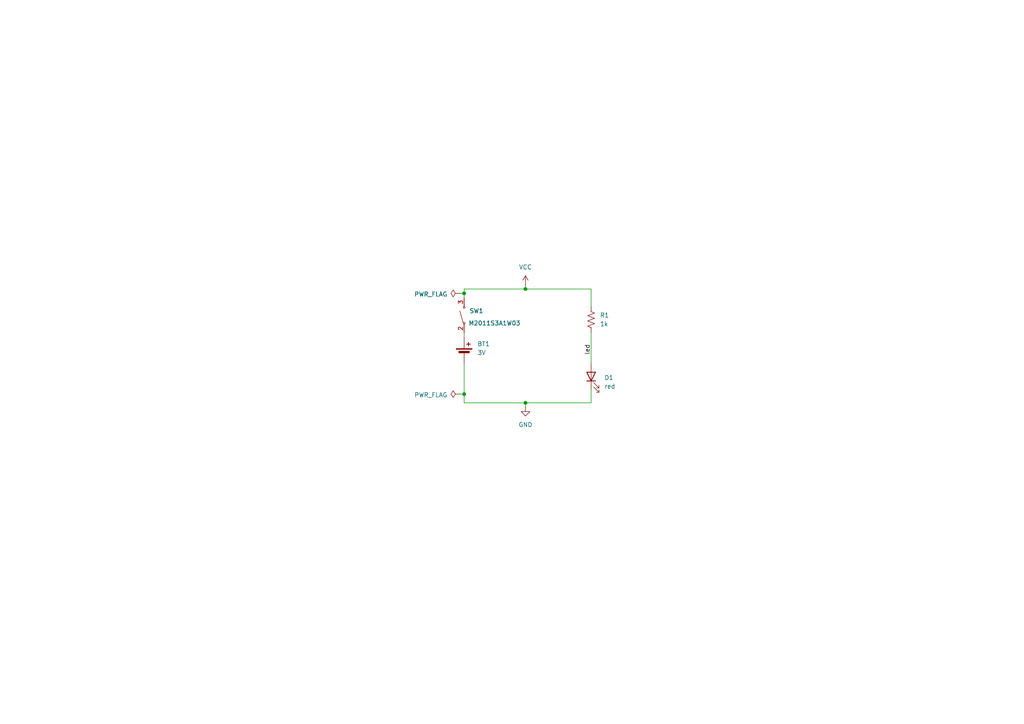
<source format=kicad_sch>
(kicad_sch
	(version 20250114)
	(generator "eeschema")
	(generator_version "9.0")
	(uuid "86a599e0-50e6-4670-826c-8ac5912d51e0")
	(paper "A4")
	(title_block
		(title "Getting Started in KiCad")
		(date "2025-03-11")
		(rev "0")
	)
	(lib_symbols
		(symbol "Device:Battery_Cell"
			(pin_numbers
				(hide yes)
			)
			(pin_names
				(offset 0)
				(hide yes)
			)
			(exclude_from_sim no)
			(in_bom yes)
			(on_board yes)
			(property "Reference" "BT"
				(at 2.54 2.54 0)
				(effects
					(font
						(size 1.27 1.27)
					)
					(justify left)
				)
			)
			(property "Value" "Battery_Cell"
				(at 2.54 0 0)
				(effects
					(font
						(size 1.27 1.27)
					)
					(justify left)
				)
			)
			(property "Footprint" ""
				(at 0 1.524 90)
				(effects
					(font
						(size 1.27 1.27)
					)
					(hide yes)
				)
			)
			(property "Datasheet" "~"
				(at 0 1.524 90)
				(effects
					(font
						(size 1.27 1.27)
					)
					(hide yes)
				)
			)
			(property "Description" "Single-cell battery"
				(at 0 0 0)
				(effects
					(font
						(size 1.27 1.27)
					)
					(hide yes)
				)
			)
			(property "ki_keywords" "battery cell"
				(at 0 0 0)
				(effects
					(font
						(size 1.27 1.27)
					)
					(hide yes)
				)
			)
			(symbol "Battery_Cell_0_1"
				(rectangle
					(start -2.286 1.778)
					(end 2.286 1.524)
					(stroke
						(width 0)
						(type default)
					)
					(fill
						(type outline)
					)
				)
				(rectangle
					(start -1.524 1.016)
					(end 1.524 0.508)
					(stroke
						(width 0)
						(type default)
					)
					(fill
						(type outline)
					)
				)
				(polyline
					(pts
						(xy 0 1.778) (xy 0 2.54)
					)
					(stroke
						(width 0)
						(type default)
					)
					(fill
						(type none)
					)
				)
				(polyline
					(pts
						(xy 0 0.762) (xy 0 0)
					)
					(stroke
						(width 0)
						(type default)
					)
					(fill
						(type none)
					)
				)
				(polyline
					(pts
						(xy 0.762 3.048) (xy 1.778 3.048)
					)
					(stroke
						(width 0.254)
						(type default)
					)
					(fill
						(type none)
					)
				)
				(polyline
					(pts
						(xy 1.27 3.556) (xy 1.27 2.54)
					)
					(stroke
						(width 0.254)
						(type default)
					)
					(fill
						(type none)
					)
				)
			)
			(symbol "Battery_Cell_1_1"
				(pin passive line
					(at 0 5.08 270)
					(length 2.54)
					(name "+"
						(effects
							(font
								(size 1.27 1.27)
							)
						)
					)
					(number "1"
						(effects
							(font
								(size 1.27 1.27)
							)
						)
					)
				)
				(pin passive line
					(at 0 -2.54 90)
					(length 2.54)
					(name "-"
						(effects
							(font
								(size 1.27 1.27)
							)
						)
					)
					(number "2"
						(effects
							(font
								(size 1.27 1.27)
							)
						)
					)
				)
			)
			(embedded_fonts no)
		)
		(symbol "Device:LED"
			(pin_numbers
				(hide yes)
			)
			(pin_names
				(offset 1.016)
				(hide yes)
			)
			(exclude_from_sim no)
			(in_bom yes)
			(on_board yes)
			(property "Reference" "D"
				(at -2.54 0 90)
				(effects
					(font
						(size 1.27 1.27)
					)
				)
			)
			(property "Value" "LED"
				(at 2.54 0 90)
				(effects
					(font
						(size 1.27 1.27)
					)
				)
			)
			(property "Footprint" ""
				(at 0 0 0)
				(effects
					(font
						(size 1.27 1.27)
					)
					(hide yes)
				)
			)
			(property "Datasheet" "~"
				(at 0 0 0)
				(effects
					(font
						(size 1.27 1.27)
					)
					(hide yes)
				)
			)
			(property "Description" "Light emitting diode"
				(at 0 0 90)
				(effects
					(font
						(size 1.27 1.27)
					)
					(hide yes)
				)
			)
			(property "Sim.Pins" "1=K 2=A"
				(at 0 0 90)
				(effects
					(font
						(size 1.27 1.27)
					)
					(hide yes)
				)
			)
			(property "ki_keywords" "LED diode"
				(at 0 0 0)
				(effects
					(font
						(size 1.27 1.27)
					)
					(hide yes)
				)
			)
			(property "ki_fp_filters" "LED* LED_SMD:* LED_THT:*"
				(at 0 0 0)
				(effects
					(font
						(size 1.27 1.27)
					)
					(hide yes)
				)
			)
			(symbol "LED_0_1"
				(polyline
					(pts
						(xy 0 -1.27) (xy 0 1.27)
					)
					(stroke
						(width 0)
						(type default)
					)
					(fill
						(type none)
					)
				)
				(polyline
					(pts
						(xy 0.762 -1.778) (xy 2.286 -3.302) (xy 2.286 -2.54) (xy 2.286 -3.302) (xy 1.524 -3.302)
					)
					(stroke
						(width 0)
						(type default)
					)
					(fill
						(type none)
					)
				)
				(polyline
					(pts
						(xy 0.762 -3.048) (xy 2.286 -4.572) (xy 2.286 -3.81) (xy 2.286 -4.572) (xy 1.524 -4.572)
					)
					(stroke
						(width 0)
						(type default)
					)
					(fill
						(type none)
					)
				)
				(polyline
					(pts
						(xy 1.27 1.27) (xy -1.27 1.27) (xy 0 -1.27) (xy 1.27 1.27)
					)
					(stroke
						(width 0.254)
						(type default)
					)
					(fill
						(type none)
					)
				)
				(polyline
					(pts
						(xy 1.27 -1.27) (xy -1.27 -1.27)
					)
					(stroke
						(width 0.254)
						(type default)
					)
					(fill
						(type none)
					)
				)
			)
			(symbol "LED_1_1"
				(pin passive line
					(at 0 3.81 270)
					(length 2.54)
					(name "A"
						(effects
							(font
								(size 1.27 1.27)
							)
						)
					)
					(number "2"
						(effects
							(font
								(size 1.27 1.27)
							)
						)
					)
				)
				(pin passive line
					(at 0 -3.81 90)
					(length 2.54)
					(name "K"
						(effects
							(font
								(size 1.27 1.27)
							)
						)
					)
					(number "1"
						(effects
							(font
								(size 1.27 1.27)
							)
						)
					)
				)
			)
			(embedded_fonts no)
		)
		(symbol "Device:R_US"
			(pin_numbers
				(hide yes)
			)
			(pin_names
				(offset 0)
			)
			(exclude_from_sim no)
			(in_bom yes)
			(on_board yes)
			(property "Reference" "R"
				(at 2.54 0 90)
				(effects
					(font
						(size 1.27 1.27)
					)
				)
			)
			(property "Value" "R_US"
				(at -2.54 0 90)
				(effects
					(font
						(size 1.27 1.27)
					)
				)
			)
			(property "Footprint" ""
				(at 1.016 -0.254 90)
				(effects
					(font
						(size 1.27 1.27)
					)
					(hide yes)
				)
			)
			(property "Datasheet" "~"
				(at 0 0 0)
				(effects
					(font
						(size 1.27 1.27)
					)
					(hide yes)
				)
			)
			(property "Description" "Resistor, US symbol"
				(at 0 0 0)
				(effects
					(font
						(size 1.27 1.27)
					)
					(hide yes)
				)
			)
			(property "ki_keywords" "R res resistor"
				(at 0 0 0)
				(effects
					(font
						(size 1.27 1.27)
					)
					(hide yes)
				)
			)
			(property "ki_fp_filters" "R_*"
				(at 0 0 0)
				(effects
					(font
						(size 1.27 1.27)
					)
					(hide yes)
				)
			)
			(symbol "R_US_0_1"
				(polyline
					(pts
						(xy 0 2.286) (xy 0 2.54)
					)
					(stroke
						(width 0)
						(type default)
					)
					(fill
						(type none)
					)
				)
				(polyline
					(pts
						(xy 0 2.286) (xy 1.016 1.905) (xy 0 1.524) (xy -1.016 1.143) (xy 0 0.762)
					)
					(stroke
						(width 0)
						(type default)
					)
					(fill
						(type none)
					)
				)
				(polyline
					(pts
						(xy 0 0.762) (xy 1.016 0.381) (xy 0 0) (xy -1.016 -0.381) (xy 0 -0.762)
					)
					(stroke
						(width 0)
						(type default)
					)
					(fill
						(type none)
					)
				)
				(polyline
					(pts
						(xy 0 -0.762) (xy 1.016 -1.143) (xy 0 -1.524) (xy -1.016 -1.905) (xy 0 -2.286)
					)
					(stroke
						(width 0)
						(type default)
					)
					(fill
						(type none)
					)
				)
				(polyline
					(pts
						(xy 0 -2.286) (xy 0 -2.54)
					)
					(stroke
						(width 0)
						(type default)
					)
					(fill
						(type none)
					)
				)
			)
			(symbol "R_US_1_1"
				(pin passive line
					(at 0 3.81 270)
					(length 1.27)
					(name "~"
						(effects
							(font
								(size 1.27 1.27)
							)
						)
					)
					(number "1"
						(effects
							(font
								(size 1.27 1.27)
							)
						)
					)
				)
				(pin passive line
					(at 0 -3.81 90)
					(length 1.27)
					(name "~"
						(effects
							(font
								(size 1.27 1.27)
							)
						)
					)
					(number "2"
						(effects
							(font
								(size 1.27 1.27)
							)
						)
					)
				)
			)
			(embedded_fonts no)
		)
		(symbol "getting-started:M2011S3A1W03"
			(pin_names
				(hide yes)
			)
			(exclude_from_sim no)
			(in_bom yes)
			(on_board yes)
			(property "Reference" "SW1"
				(at 2.286 0 0)
				(effects
					(font
						(size 1.27 1.27)
					)
					(hide yes)
				)
			)
			(property "Value" "M2011S3A1W03"
				(at 7.62 -2.54 0)
				(effects
					(font
						(size 1.27 1.27)
					)
				)
			)
			(property "Footprint" "getting-started:getting-started.pretty"
				(at -1.27 -1.27 90)
				(effects
					(font
						(size 1.27 1.27)
					)
					(hide yes)
				)
			)
			(property "Datasheet" ""
				(at 0 0 0)
				(effects
					(font
						(size 1.27 1.27)
					)
					(hide yes)
				)
			)
			(property "Description" ""
				(at 0 0 0)
				(effects
					(font
						(size 1.27 1.27)
					)
					(hide yes)
				)
			)
			(property "ki_keywords" "spst switch toggle"
				(at 0 0 0)
				(effects
					(font
						(size 1.27 1.27)
					)
					(hide yes)
				)
			)
			(symbol "M2011S3A1W03_0_1"
				(polyline
					(pts
						(xy -1.524 -3.556) (xy -2.54 0)
					)
					(stroke
						(width 0)
						(type default)
					)
					(fill
						(type none)
					)
				)
				(circle
					(center -1.27 1.016)
					(radius 0.254)
					(stroke
						(width 0)
						(type default)
					)
					(fill
						(type none)
					)
				)
				(circle
					(center -1.27 -3.556)
					(radius 0.254)
					(stroke
						(width 0)
						(type default)
					)
					(fill
						(type none)
					)
				)
			)
			(symbol "M2011S3A1W03_1_1"
				(pin passive line
					(at -1.27 3.81 270)
					(length 2.54)
					(name "B"
						(effects
							(font
								(size 1.27 1.27)
							)
						)
					)
					(number "3"
						(effects
							(font
								(size 1.27 1.27)
							)
						)
					)
				)
				(pin passive line
					(at -1.27 -6.35 90)
					(length 2.54)
					(name "A"
						(effects
							(font
								(size 1.27 1.27)
							)
						)
					)
					(number "2"
						(effects
							(font
								(size 1.27 1.27)
							)
						)
					)
				)
			)
			(embedded_fonts no)
		)
		(symbol "power:GND"
			(power)
			(pin_numbers
				(hide yes)
			)
			(pin_names
				(offset 0)
				(hide yes)
			)
			(exclude_from_sim no)
			(in_bom yes)
			(on_board yes)
			(property "Reference" "#PWR"
				(at 0 -6.35 0)
				(effects
					(font
						(size 1.27 1.27)
					)
					(hide yes)
				)
			)
			(property "Value" "GND"
				(at 0 -3.81 0)
				(effects
					(font
						(size 1.27 1.27)
					)
				)
			)
			(property "Footprint" ""
				(at 0 0 0)
				(effects
					(font
						(size 1.27 1.27)
					)
					(hide yes)
				)
			)
			(property "Datasheet" ""
				(at 0 0 0)
				(effects
					(font
						(size 1.27 1.27)
					)
					(hide yes)
				)
			)
			(property "Description" "Power symbol creates a global label with name \"GND\" , ground"
				(at 0 0 0)
				(effects
					(font
						(size 1.27 1.27)
					)
					(hide yes)
				)
			)
			(property "ki_keywords" "global power"
				(at 0 0 0)
				(effects
					(font
						(size 1.27 1.27)
					)
					(hide yes)
				)
			)
			(symbol "GND_0_1"
				(polyline
					(pts
						(xy 0 0) (xy 0 -1.27) (xy 1.27 -1.27) (xy 0 -2.54) (xy -1.27 -1.27) (xy 0 -1.27)
					)
					(stroke
						(width 0)
						(type default)
					)
					(fill
						(type none)
					)
				)
			)
			(symbol "GND_1_1"
				(pin power_in line
					(at 0 0 270)
					(length 0)
					(name "~"
						(effects
							(font
								(size 1.27 1.27)
							)
						)
					)
					(number "1"
						(effects
							(font
								(size 1.27 1.27)
							)
						)
					)
				)
			)
			(embedded_fonts no)
		)
		(symbol "power:PWR_FLAG"
			(power)
			(pin_numbers
				(hide yes)
			)
			(pin_names
				(offset 0)
				(hide yes)
			)
			(exclude_from_sim no)
			(in_bom yes)
			(on_board yes)
			(property "Reference" "#FLG"
				(at 0.635 3.81 90)
				(effects
					(font
						(size 1.27 1.27)
					)
					(hide yes)
				)
			)
			(property "Value" "PWR_FLAG"
				(at -5.08 3.556 0)
				(effects
					(font
						(size 1.27 1.27)
					)
				)
			)
			(property "Footprint" ""
				(at 0 0 0)
				(effects
					(font
						(size 1.27 1.27)
					)
					(hide yes)
				)
			)
			(property "Datasheet" "~"
				(at 0 0 0)
				(effects
					(font
						(size 1.27 1.27)
					)
					(hide yes)
				)
			)
			(property "Description" "Special symbol for telling ERC where power comes from"
				(at 0 0 0)
				(effects
					(font
						(size 1.27 1.27)
					)
					(hide yes)
				)
			)
			(property "ki_keywords" "flag power"
				(at 0 0 0)
				(effects
					(font
						(size 1.27 1.27)
					)
					(hide yes)
				)
			)
			(symbol "PWR_FLAG_0_0"
				(pin power_out line
					(at 2.54 3.81 180)
					(length 0)
					(name "~"
						(effects
							(font
								(size 1.27 1.27)
							)
						)
					)
					(number "1"
						(effects
							(font
								(size 1.27 1.27)
							)
						)
					)
				)
			)
			(symbol "PWR_FLAG_0_1"
				(polyline
					(pts
						(xy 2.54 3.81) (xy 1.27 3.81) (xy 0.635 2.794) (xy 0 3.81) (xy 0.635 4.826) (xy 1.27 3.81)
					)
					(stroke
						(width 0)
						(type default)
					)
					(fill
						(type none)
					)
				)
			)
			(embedded_fonts no)
		)
		(symbol "power:VCC"
			(power)
			(pin_numbers
				(hide yes)
			)
			(pin_names
				(offset 0)
				(hide yes)
			)
			(exclude_from_sim no)
			(in_bom yes)
			(on_board yes)
			(property "Reference" "#PWR"
				(at 0 -3.81 0)
				(effects
					(font
						(size 1.27 1.27)
					)
					(hide yes)
				)
			)
			(property "Value" "VCC"
				(at 0 3.556 0)
				(effects
					(font
						(size 1.27 1.27)
					)
				)
			)
			(property "Footprint" ""
				(at 0 0 0)
				(effects
					(font
						(size 1.27 1.27)
					)
					(hide yes)
				)
			)
			(property "Datasheet" ""
				(at 0 0 0)
				(effects
					(font
						(size 1.27 1.27)
					)
					(hide yes)
				)
			)
			(property "Description" "Power symbol creates a global label with name \"VCC\""
				(at 0 0 0)
				(effects
					(font
						(size 1.27 1.27)
					)
					(hide yes)
				)
			)
			(property "ki_keywords" "global power"
				(at 0 0 0)
				(effects
					(font
						(size 1.27 1.27)
					)
					(hide yes)
				)
			)
			(symbol "VCC_0_1"
				(polyline
					(pts
						(xy -0.762 1.27) (xy 0 2.54)
					)
					(stroke
						(width 0)
						(type default)
					)
					(fill
						(type none)
					)
				)
				(polyline
					(pts
						(xy 0 2.54) (xy 0.762 1.27)
					)
					(stroke
						(width 0)
						(type default)
					)
					(fill
						(type none)
					)
				)
				(polyline
					(pts
						(xy 0 0) (xy 0 2.54)
					)
					(stroke
						(width 0)
						(type default)
					)
					(fill
						(type none)
					)
				)
			)
			(symbol "VCC_1_1"
				(pin power_in line
					(at 0 0 90)
					(length 0)
					(name "~"
						(effects
							(font
								(size 1.27 1.27)
							)
						)
					)
					(number "1"
						(effects
							(font
								(size 1.27 1.27)
							)
						)
					)
				)
			)
			(embedded_fonts no)
		)
	)
	(junction
		(at 152.4 83.82)
		(diameter 0)
		(color 0 0 0 0)
		(uuid "06110e08-27a1-4403-aa20-821800e268ab")
	)
	(junction
		(at 134.62 114.3)
		(diameter 0)
		(color 0 0 0 0)
		(uuid "26be5516-74c9-45b0-966d-d15addaafceb")
	)
	(junction
		(at 152.4 116.84)
		(diameter 0)
		(color 0 0 0 0)
		(uuid "8bf12c5c-7cb0-407b-bbb5-f1a20d967aef")
	)
	(junction
		(at 134.62 85.09)
		(diameter 0)
		(color 0 0 0 0)
		(uuid "8d85580a-91a1-4e00-a85e-c4e0a043fe3e")
	)
	(wire
		(pts
			(xy 133.35 114.3) (xy 134.62 114.3)
		)
		(stroke
			(width 0)
			(type default)
		)
		(uuid "1c0d8db4-937f-484a-afd9-fc33e4dd96f4")
	)
	(wire
		(pts
			(xy 171.45 83.82) (xy 171.45 88.9)
		)
		(stroke
			(width 0)
			(type default)
		)
		(uuid "2c5e8a82-bc28-4124-937a-8df89f60698e")
	)
	(wire
		(pts
			(xy 171.45 96.52) (xy 171.45 105.41)
		)
		(stroke
			(width 0)
			(type default)
		)
		(uuid "3719ff98-1242-495e-a903-39a3f11d8bbb")
	)
	(wire
		(pts
			(xy 134.62 83.82) (xy 152.4 83.82)
		)
		(stroke
			(width 0)
			(type default)
		)
		(uuid "3bfc1622-89e4-4982-ba9c-662fba476622")
	)
	(wire
		(pts
			(xy 152.4 116.84) (xy 134.62 116.84)
		)
		(stroke
			(width 0)
			(type default)
		)
		(uuid "4cd53c93-7f47-4618-a9c2-ad4a6934c6ec")
	)
	(wire
		(pts
			(xy 134.62 114.3) (xy 134.62 105.41)
		)
		(stroke
			(width 0)
			(type default)
		)
		(uuid "53c3495d-051a-4ed7-9d2a-8ac1fba7ca29")
	)
	(wire
		(pts
			(xy 152.4 83.82) (xy 171.45 83.82)
		)
		(stroke
			(width 0)
			(type default)
		)
		(uuid "593680be-028d-400a-ada9-92d0113f1789")
	)
	(wire
		(pts
			(xy 152.4 118.11) (xy 152.4 116.84)
		)
		(stroke
			(width 0)
			(type default)
		)
		(uuid "70483f12-80bf-4cdb-89e7-a20ac11fd0de")
	)
	(wire
		(pts
			(xy 134.62 116.84) (xy 134.62 114.3)
		)
		(stroke
			(width 0)
			(type default)
		)
		(uuid "7e89725d-1415-48cb-a26d-fe4812275fd8")
	)
	(wire
		(pts
			(xy 152.4 82.55) (xy 152.4 83.82)
		)
		(stroke
			(width 0)
			(type default)
		)
		(uuid "8446f88a-d85a-41f3-9df3-2c84283c40e2")
	)
	(wire
		(pts
			(xy 171.45 113.03) (xy 171.45 116.84)
		)
		(stroke
			(width 0)
			(type default)
		)
		(uuid "887832d5-ea6f-45b5-92fb-00f5750e8dde")
	)
	(wire
		(pts
			(xy 134.62 86.36) (xy 134.62 85.09)
		)
		(stroke
			(width 0)
			(type default)
		)
		(uuid "9363f648-6bc4-4620-bd75-6a7d70689c95")
	)
	(wire
		(pts
			(xy 171.45 116.84) (xy 152.4 116.84)
		)
		(stroke
			(width 0)
			(type default)
		)
		(uuid "9bb1456c-8a46-4dc1-84f3-7be7547bd605")
	)
	(wire
		(pts
			(xy 134.62 97.79) (xy 134.62 96.52)
		)
		(stroke
			(width 0)
			(type default)
		)
		(uuid "e4ff1716-1179-491b-bf32-5c4c666ce5fb")
	)
	(wire
		(pts
			(xy 134.62 85.09) (xy 134.62 83.82)
		)
		(stroke
			(width 0)
			(type default)
		)
		(uuid "f609fe8d-0a60-4769-b4ce-d6ce1b2456ee")
	)
	(wire
		(pts
			(xy 133.35 85.09) (xy 134.62 85.09)
		)
		(stroke
			(width 0)
			(type default)
		)
		(uuid "fcbac2e4-3a6f-40fb-bb0d-a432214cf1d0")
	)
	(label "led"
		(at 171.45 102.87 90)
		(effects
			(font
				(size 1.27 1.27)
			)
			(justify left bottom)
		)
		(uuid "4ece09fb-6fc1-4063-8e2e-a13d6993db1b")
	)
	(symbol
		(lib_id "power:GND")
		(at 152.4 118.11 0)
		(unit 1)
		(exclude_from_sim no)
		(in_bom yes)
		(on_board yes)
		(dnp no)
		(fields_autoplaced yes)
		(uuid "253ad406-db1e-4eb5-b698-7ca4ba98d23e")
		(property "Reference" "#PWR02"
			(at 152.4 124.46 0)
			(effects
				(font
					(size 1.27 1.27)
				)
				(hide yes)
			)
		)
		(property "Value" "GND"
			(at 152.4 123.19 0)
			(effects
				(font
					(size 1.27 1.27)
				)
			)
		)
		(property "Footprint" ""
			(at 152.4 118.11 0)
			(effects
				(font
					(size 1.27 1.27)
				)
				(hide yes)
			)
		)
		(property "Datasheet" ""
			(at 152.4 118.11 0)
			(effects
				(font
					(size 1.27 1.27)
				)
				(hide yes)
			)
		)
		(property "Description" "Power symbol creates a global label with name \"GND\" , ground"
			(at 152.4 118.11 0)
			(effects
				(font
					(size 1.27 1.27)
				)
				(hide yes)
			)
		)
		(pin "1"
			(uuid "3d1b2936-de39-46ef-a6da-26547b1dc6d4")
		)
		(instances
			(project ""
				(path "/86a599e0-50e6-4670-826c-8ac5912d51e0"
					(reference "#PWR02")
					(unit 1)
				)
			)
		)
	)
	(symbol
		(lib_id "power:PWR_FLAG")
		(at 130.81 88.9 0)
		(unit 1)
		(exclude_from_sim no)
		(in_bom yes)
		(on_board yes)
		(dnp no)
		(uuid "2921094b-12f5-418b-9996-433a390ef8e5")
		(property "Reference" "#FLG01"
			(at 131.445 85.09 90)
			(effects
				(font
					(size 1.27 1.27)
				)
				(hide yes)
			)
		)
		(property "Value" "PWR_FLAG"
			(at 124.968 85.344 0)
			(effects
				(font
					(size 1.27 1.27)
				)
			)
		)
		(property "Footprint" ""
			(at 130.81 88.9 0)
			(effects
				(font
					(size 1.27 1.27)
				)
				(hide yes)
			)
		)
		(property "Datasheet" "~"
			(at 130.81 88.9 0)
			(effects
				(font
					(size 1.27 1.27)
				)
				(hide yes)
			)
		)
		(property "Description" "Special symbol for telling ERC where power comes from"
			(at 130.81 88.9 0)
			(effects
				(font
					(size 1.27 1.27)
				)
				(hide yes)
			)
		)
		(pin "1"
			(uuid "51a0e758-8c5d-4819-8934-3006f3d5df40")
		)
		(instances
			(project ""
				(path "/86a599e0-50e6-4670-826c-8ac5912d51e0"
					(reference "#FLG01")
					(unit 1)
				)
			)
		)
	)
	(symbol
		(lib_id "power:VCC")
		(at 152.4 82.55 0)
		(unit 1)
		(exclude_from_sim no)
		(in_bom yes)
		(on_board yes)
		(dnp no)
		(fields_autoplaced yes)
		(uuid "588badc1-eca4-4bd1-912d-61c17026e314")
		(property "Reference" "#PWR01"
			(at 152.4 86.36 0)
			(effects
				(font
					(size 1.27 1.27)
				)
				(hide yes)
			)
		)
		(property "Value" "VCC"
			(at 152.4 77.47 0)
			(effects
				(font
					(size 1.27 1.27)
				)
			)
		)
		(property "Footprint" ""
			(at 152.4 82.55 0)
			(effects
				(font
					(size 1.27 1.27)
				)
				(hide yes)
			)
		)
		(property "Datasheet" ""
			(at 152.4 82.55 0)
			(effects
				(font
					(size 1.27 1.27)
				)
				(hide yes)
			)
		)
		(property "Description" "Power symbol creates a global label with name \"VCC\""
			(at 152.4 82.55 0)
			(effects
				(font
					(size 1.27 1.27)
				)
				(hide yes)
			)
		)
		(pin "1"
			(uuid "dc254dad-4151-492a-a9f1-7f2e23f36294")
		)
		(instances
			(project ""
				(path "/86a599e0-50e6-4670-826c-8ac5912d51e0"
					(reference "#PWR01")
					(unit 1)
				)
			)
		)
	)
	(symbol
		(lib_id "power:PWR_FLAG")
		(at 130.81 118.11 0)
		(unit 1)
		(exclude_from_sim no)
		(in_bom yes)
		(on_board yes)
		(dnp no)
		(uuid "6d4f73a1-de38-49c2-85a0-9a8d88a362b4")
		(property "Reference" "#FLG02"
			(at 131.445 114.3 90)
			(effects
				(font
					(size 1.27 1.27)
				)
				(hide yes)
			)
		)
		(property "Value" "PWR_FLAG"
			(at 124.968 114.554 0)
			(effects
				(font
					(size 1.27 1.27)
				)
			)
		)
		(property "Footprint" ""
			(at 130.81 118.11 0)
			(effects
				(font
					(size 1.27 1.27)
				)
				(hide yes)
			)
		)
		(property "Datasheet" "~"
			(at 130.81 118.11 0)
			(effects
				(font
					(size 1.27 1.27)
				)
				(hide yes)
			)
		)
		(property "Description" "Special symbol for telling ERC where power comes from"
			(at 130.81 118.11 0)
			(effects
				(font
					(size 1.27 1.27)
				)
				(hide yes)
			)
		)
		(pin "1"
			(uuid "e676a463-2264-482b-89ff-a957c8bac87f")
		)
		(instances
			(project ""
				(path "/86a599e0-50e6-4670-826c-8ac5912d51e0"
					(reference "#FLG02")
					(unit 1)
				)
			)
		)
	)
	(symbol
		(lib_id "getting-started:M2011S3A1W03")
		(at 135.89 90.17 0)
		(unit 1)
		(exclude_from_sim no)
		(in_bom yes)
		(on_board yes)
		(dnp no)
		(uuid "afc31871-b76d-4555-b2c6-5a5c0a0882b8")
		(property "Reference" "SW1"
			(at 138.176 90.17 0)
			(effects
				(font
					(size 1.27 1.27)
				)
			)
		)
		(property "Value" "M2011S3A1W03"
			(at 135.89 93.726 0)
			(effects
				(font
					(size 1.27 1.27)
				)
				(justify left)
			)
		)
		(property "Footprint" "getting-started:getting-started.pretty"
			(at 134.62 91.44 90)
			(effects
				(font
					(size 1.27 1.27)
				)
				(hide yes)
			)
		)
		(property "Datasheet" ""
			(at 135.89 90.17 0)
			(effects
				(font
					(size 1.27 1.27)
				)
				(hide yes)
			)
		)
		(property "Description" ""
			(at 135.89 90.17 0)
			(effects
				(font
					(size 1.27 1.27)
				)
				(hide yes)
			)
		)
		(pin "2"
			(uuid "c3e7313e-8613-45e2-a531-601690cda26f")
		)
		(pin "3"
			(uuid "719c658d-a439-4d3b-8dbb-467c45a71b60")
		)
		(instances
			(project ""
				(path "/86a599e0-50e6-4670-826c-8ac5912d51e0"
					(reference "SW1")
					(unit 1)
				)
			)
		)
	)
	(symbol
		(lib_id "Device:Battery_Cell")
		(at 134.62 102.87 0)
		(unit 1)
		(exclude_from_sim no)
		(in_bom yes)
		(on_board yes)
		(dnp no)
		(fields_autoplaced yes)
		(uuid "cc9d7754-3b3c-4946-86eb-eaf46907406a")
		(property "Reference" "BT1"
			(at 138.43 99.7584 0)
			(effects
				(font
					(size 1.27 1.27)
				)
				(justify left)
			)
		)
		(property "Value" "3V"
			(at 138.43 102.2984 0)
			(effects
				(font
					(size 1.27 1.27)
				)
				(justify left)
			)
		)
		(property "Footprint" "Battery:BatteryHolder_Keystone_1058_1x2032"
			(at 134.62 101.346 90)
			(effects
				(font
					(size 1.27 1.27)
				)
				(hide yes)
			)
		)
		(property "Datasheet" "~"
			(at 134.62 101.346 90)
			(effects
				(font
					(size 1.27 1.27)
				)
				(hide yes)
			)
		)
		(property "Description" "Single-cell battery"
			(at 134.62 102.87 0)
			(effects
				(font
					(size 1.27 1.27)
				)
				(hide yes)
			)
		)
		(pin "1"
			(uuid "2ed24dd1-264f-4cdf-85c7-8bfdf0dac611")
		)
		(pin "2"
			(uuid "509a114a-0bb8-41e8-82d7-624fb54cfa28")
		)
		(instances
			(project ""
				(path "/86a599e0-50e6-4670-826c-8ac5912d51e0"
					(reference "BT1")
					(unit 1)
				)
			)
		)
	)
	(symbol
		(lib_id "Device:LED")
		(at 171.45 109.22 0)
		(unit 1)
		(exclude_from_sim no)
		(in_bom yes)
		(on_board yes)
		(dnp no)
		(fields_autoplaced yes)
		(uuid "f126ffce-55b1-44d5-a472-38a6f913f11b")
		(property "Reference" "D1"
			(at 175.26 109.5374 0)
			(effects
				(font
					(size 1.27 1.27)
				)
				(justify left)
			)
		)
		(property "Value" "red"
			(at 175.26 112.0774 0)
			(effects
				(font
					(size 1.27 1.27)
				)
				(justify left)
			)
		)
		(property "Footprint" "LED_THT:LED_D5.0mm"
			(at 171.45 109.22 0)
			(effects
				(font
					(size 1.27 1.27)
				)
				(hide yes)
			)
		)
		(property "Datasheet" "~"
			(at 171.45 109.22 0)
			(effects
				(font
					(size 1.27 1.27)
				)
				(hide yes)
			)
		)
		(property "Description" "Light emitting diode"
			(at 171.45 109.22 90)
			(effects
				(font
					(size 1.27 1.27)
				)
				(hide yes)
			)
		)
		(property "Sim.Pins" "1=K 2=A"
			(at 171.45 109.22 90)
			(effects
				(font
					(size 1.27 1.27)
				)
				(hide yes)
			)
		)
		(pin "1"
			(uuid "8a8b4d6b-2f0c-4a8c-a9a3-be7eacc6ef04")
		)
		(pin "2"
			(uuid "87cfc9ba-1a79-4cef-9fc6-89b982b8ac2e")
		)
		(instances
			(project ""
				(path "/86a599e0-50e6-4670-826c-8ac5912d51e0"
					(reference "D1")
					(unit 1)
				)
			)
		)
	)
	(symbol
		(lib_id "Device:R_US")
		(at 171.45 92.71 0)
		(unit 1)
		(exclude_from_sim no)
		(in_bom yes)
		(on_board yes)
		(dnp no)
		(fields_autoplaced yes)
		(uuid "f46865a0-af46-40c3-9df2-f8eef19d2e94")
		(property "Reference" "R1"
			(at 173.99 91.4399 0)
			(effects
				(font
					(size 1.27 1.27)
				)
				(justify left)
			)
		)
		(property "Value" "1k"
			(at 173.99 93.9799 0)
			(effects
				(font
					(size 1.27 1.27)
				)
				(justify left)
			)
		)
		(property "Footprint" "Resistor_THT:R_Axial_DIN0309_L9.0mm_D3.2mm_P12.70mm_Horizontal"
			(at 172.466 92.964 90)
			(effects
				(font
					(size 1.27 1.27)
				)
				(hide yes)
			)
		)
		(property "Datasheet" "~"
			(at 171.45 92.71 0)
			(effects
				(font
					(size 1.27 1.27)
				)
				(hide yes)
			)
		)
		(property "Description" "Resistor, US symbol"
			(at 171.45 92.71 0)
			(effects
				(font
					(size 1.27 1.27)
				)
				(hide yes)
			)
		)
		(pin "2"
			(uuid "aa785c75-003b-4320-9a82-349ce95a16e2")
		)
		(pin "1"
			(uuid "21a48843-10a6-4d70-b8d0-0266ade63d18")
		)
		(instances
			(project ""
				(path "/86a599e0-50e6-4670-826c-8ac5912d51e0"
					(reference "R1")
					(unit 1)
				)
			)
		)
	)
	(sheet_instances
		(path "/"
			(page "1")
		)
	)
	(embedded_fonts no)
)

</source>
